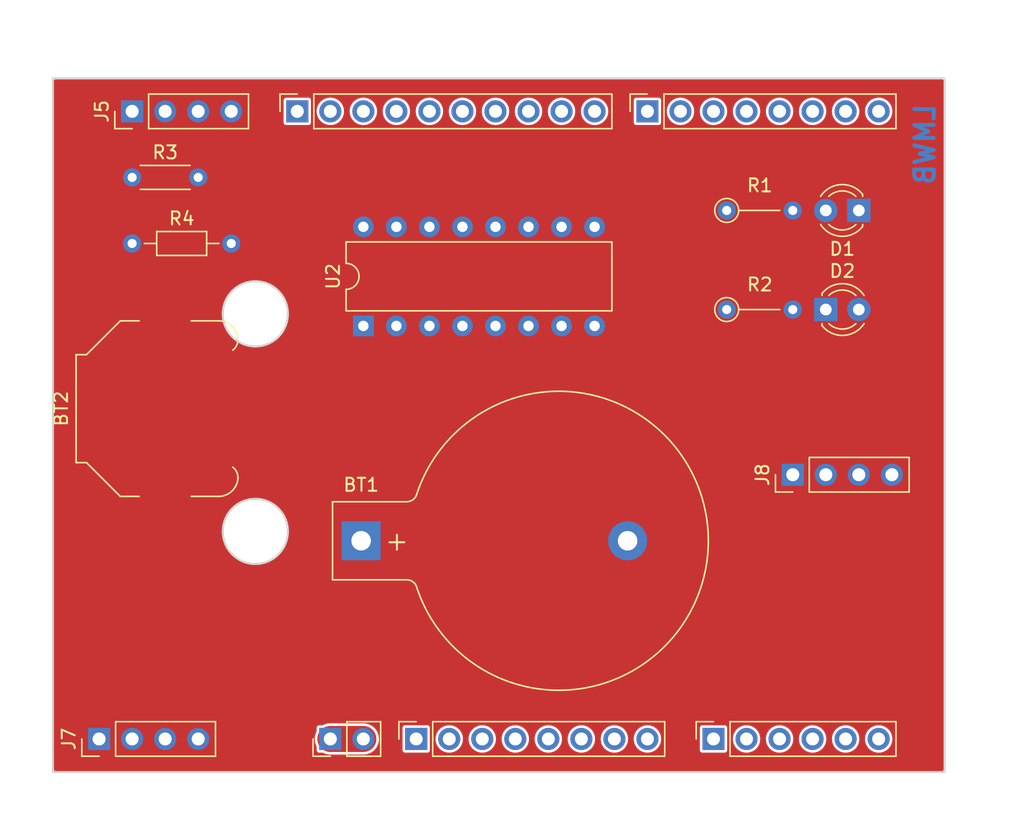
<source format=kicad_pcb>
(kicad_pcb (version 20240108) (generator "pcbnew") (generator_version "8.0")
  (title_block (title "Cannelloni al Forme") (date "2024-11-07") (rev "V.0.2") (company "LMWB"))
  (layers (0 "F.Cu" signal) (31 "B.Cu" signal) (34 "B.Paste" user) (35 "F.Paste" user) (36 "B.SilkS" user "B.Silkscreen") (37 "F.SilkS" user "F.Silkscreen") (38 "B.Mask" user) (39 "F.Mask" user) (44 "Edge.Cuts" user))
  (net 0 "")
  (net 1 "GND")
  (net 2 "+5V")
  (net 3 "/IOREF")
  (net 4 "/A0")
  (net 5 "/A1")
  (net 6 "/A2")
  (net 7 "/A3")
  (net 8 "/SDA{slash}A4")
  (net 9 "/SCL{slash}A5")
  (net 10 "/13")
  (net 11 "/12")
  (net 12 "/AREF")
  (net 13 "/8")
  (net 14 "/7")
  (net 15 "/*11")
  (net 16 "/*10")
  (net 17 "/*9")
  (net 18 "/4")
  (net 19 "Net-(D2-K)")
  (net 20 "/*6")
  (net 21 "/*5")
  (net 22 "/TX{slash}1")
  (net 23 "/RX{slash}0")
  (net 24 "+3V3")
  (net 25 "VCC")
  (net 26 "/~{RESET}")
  (net 28 "/2")
  (net 29 "/*3")
  (net 30 "/DO4")
  (net 31 "/DO1")
  (net 32 "/DO2")
  (net 33 "/DO3")
  (net 34 "VAA")
  (net 35 "Net-(D1-K)")
  (footprint "Connector_PinSocket_2.54mm:PinSocket_1x08_P2.54mm_Vertical" (layer "F.Cu") (at 72.644 76.2 90)
    (property "Reference" "J1" (hide yes))
    (property "Value" "Power")
    (fp_line (start 1.33 -1.33) (end 1.33 0) (stroke (width 0.12)) (layer "F.SilkS"))
    (fp_line (start 0 -1.33) (end 1.33 -1.33) (stroke (width 0.12)) (layer "F.SilkS"))
    (fp_line (start 1.33 1.27) (end 1.33 19.11) (stroke (width 0.12)) (layer "F.SilkS"))
    (fp_line (start -1.33 1.27) (end 1.33 1.27) (stroke (width 0.12)) (layer "F.SilkS"))
    (fp_line (start -1.33 1.27) (end -1.33 19.11) (stroke (width 0.12)) (layer "F.SilkS"))
    (fp_line (start -1.33 19.11) (end 1.33 19.11) (stroke (width 0.12)) (layer "F.SilkS"))
    (pad "1" thru_hole rect (at 0 0 90) (size 1.7 1.7) (drill 1) (layers "*.Cu" "*.Mask"))
    (pad "2" thru_hole oval (at 0 2.54 90) (size 1.7 1.7) (drill 1) (layers "*.Cu" "*.Mask") (net 3 "/IOREF"))
    (pad "3" thru_hole oval (at 0 5.08 90) (size 1.7 1.7) (drill 1) (layers "*.Cu" "*.Mask") (net 26 "/~{RESET}"))
    (pad "4" thru_hole oval (at 0 7.62 90) (size 1.7 1.7) (drill 1) (layers "*.Cu" "*.Mask") (net 24 "+3V3"))
    (pad "5" thru_hole oval (at 0 10.16 90) (size 1.7 1.7) (drill 1) (layers "*.Cu" "*.Mask") (net 2 "+5V"))
    (pad "6" thru_hole oval (at 0 12.7 90) (size 1.7 1.7) (drill 1) (layers "*.Cu" "*.Mask") (net 1 "GND"))
    (pad "7" thru_hole oval (at 0 15.24 90) (size 1.7 1.7) (drill 1) (layers "*.Cu" "*.Mask") (net 1 "GND"))
    (pad "8" thru_hole oval (at 0 17.78 90) (size 1.7 1.7) (drill 1) (layers "*.Cu" "*.Mask") (net 25 "VCC"))
  )
  (footprint "Connector_PinSocket_2.54mm:PinSocket_1x06_P2.54mm_Vertical" (layer "F.Cu") (at 95.504 76.2 90)
    (property "Reference" "J3" (hide yes))
    (property "Value" "Analog")
    (fp_line (start 1.33 -1.33) (end 1.33 0) (stroke (width 0.12)) (layer "F.SilkS"))
    (fp_line (start 0 -1.33) (end 1.33 -1.33) (stroke (width 0.12)) (layer "F.SilkS"))
    (fp_line (start 1.33 1.27) (end 1.33 14.03) (stroke (width 0.12)) (layer "F.SilkS"))
    (fp_line (start -1.33 1.27) (end 1.33 1.27) (stroke (width 0.12)) (layer "F.SilkS"))
    (fp_line (start -1.33 1.27) (end -1.33 14.03) (stroke (width 0.12)) (layer "F.SilkS"))
    (fp_line (start -1.33 14.03) (end 1.33 14.03) (stroke (width 0.12)) (layer "F.SilkS"))
    (pad "1" thru_hole rect (at 0 0 90) (size 1.7 1.7) (drill 1) (layers "*.Cu" "*.Mask") (net 4 "/A0"))
    (pad "2" thru_hole oval (at 0 2.54 90) (size 1.7 1.7) (drill 1) (layers "*.Cu" "*.Mask") (net 5 "/A1"))
    (pad "3" thru_hole oval (at 0 5.08 90) (size 1.7 1.7) (drill 1) (layers "*.Cu" "*.Mask") (net 6 "/A2"))
    (pad "4" thru_hole oval (at 0 7.62 90) (size 1.7 1.7) (drill 1) (layers "*.Cu" "*.Mask") (net 7 "/A3"))
    (pad "5" thru_hole oval (at 0 10.16 90) (size 1.7 1.7) (drill 1) (layers "*.Cu" "*.Mask") (net 8 "/SDA{slash}A4"))
    (pad "6" thru_hole oval (at 0 12.7 90) (size 1.7 1.7) (drill 1) (layers "*.Cu" "*.Mask") (net 9 "/SCL{slash}A5"))
  )
  (footprint "Connector_PinSocket_2.54mm:PinSocket_1x10_P2.54mm_Vertical" (layer "F.Cu") (at 63.5 27.94 90)
    (property "Reference" "J2" (hide yes))
    (property "Value" "Digital/PWM")
    (fp_line (start 1.33 -1.33) (end 1.33 0) (stroke (width 0.12)) (layer "F.SilkS"))
    (fp_line (start 0 -1.33) (end 1.33 -1.33) (stroke (width 0.12)) (layer "F.SilkS"))
    (fp_line (start 1.33 1.27) (end 1.33 24.19) (stroke (width 0.12)) (layer "F.SilkS"))
    (fp_line (start -1.33 1.27) (end 1.33 1.27) (stroke (width 0.12)) (layer "F.SilkS"))
    (fp_line (start -1.33 1.27) (end -1.33 24.19) (stroke (width 0.12)) (layer "F.SilkS"))
    (fp_line (start -1.33 24.19) (end 1.33 24.19) (stroke (width 0.12)) (layer "F.SilkS"))
    (pad "1" thru_hole rect (at 0 0 90) (size 1.7 1.7) (drill 1) (layers "*.Cu" "*.Mask") (net 9 "/SCL{slash}A5"))
    (pad "2" thru_hole oval (at 0 2.54 90) (size 1.7 1.7) (drill 1) (layers "*.Cu" "*.Mask") (net 8 "/SDA{slash}A4"))
    (pad "3" thru_hole oval (at 0 5.08 90) (size 1.7 1.7) (drill 1) (layers "*.Cu" "*.Mask") (net 12 "/AREF"))
    (pad "4" thru_hole oval (at 0 7.62 90) (size 1.7 1.7) (drill 1) (layers "*.Cu" "*.Mask") (net 1 "GND"))
    (pad "5" thru_hole oval (at 0 10.16 90) (size 1.7 1.7) (drill 1) (layers "*.Cu" "*.Mask") (net 10 "/13"))
    (pad "6" thru_hole oval (at 0 12.7 90) (size 1.7 1.7) (drill 1) (layers "*.Cu" "*.Mask") (net 11 "/12"))
    (pad "7" thru_hole oval (at 0 15.24 90) (size 1.7 1.7) (drill 1) (layers "*.Cu" "*.Mask") (net 15 "/*11"))
    (pad "8" thru_hole oval (at 0 17.78 90) (size 1.7 1.7) (drill 1) (layers "*.Cu" "*.Mask") (net 16 "/*10"))
    (pad "9" thru_hole oval (at 0 20.32 90) (size 1.7 1.7) (drill 1) (layers "*.Cu" "*.Mask") (net 17 "/*9"))
    (pad "10" thru_hole oval (at 0 22.86 90) (size 1.7 1.7) (drill 1) (layers "*.Cu" "*.Mask") (net 13 "/8"))
  )
  (footprint "Connector_PinSocket_2.54mm:PinSocket_1x08_P2.54mm_Vertical" (layer "F.Cu") (at 90.424 27.94 90)
    (property "Reference" "J4" (hide yes))
    (property "Value" "Digital/PWM")
    (fp_line (start 1.33 -1.33) (end 1.33 0) (stroke (width 0.12)) (layer "F.SilkS"))
    (fp_line (start 0 -1.33) (end 1.33 -1.33) (stroke (width 0.12)) (layer "F.SilkS"))
    (fp_line (start 1.33 1.27) (end 1.33 19.11) (stroke (width 0.12)) (layer "F.SilkS"))
    (fp_line (start -1.33 1.27) (end 1.33 1.27) (stroke (width 0.12)) (layer "F.SilkS"))
    (fp_line (start -1.33 1.27) (end -1.33 19.11) (stroke (width 0.12)) (layer "F.SilkS"))
    (fp_line (start -1.33 19.11) (end 1.33 19.11) (stroke (width 0.12)) (layer "F.SilkS"))
    (pad "1" thru_hole rect (at 0 0 90) (size 1.7 1.7) (drill 1) (layers "*.Cu" "*.Mask") (net 14 "/7"))
    (pad "2" thru_hole oval (at 0 2.54 90) (size 1.7 1.7) (drill 1) (layers "*.Cu" "*.Mask") (net 20 "/*6"))
    (pad "3" thru_hole oval (at 0 5.08 90) (size 1.7 1.7) (drill 1) (layers "*.Cu" "*.Mask") (net 21 "/*5"))
    (pad "4" thru_hole oval (at 0 7.62 90) (size 1.7 1.7) (drill 1) (layers "*.Cu" "*.Mask") (net 18 "/4"))
    (pad "5" thru_hole oval (at 0 10.16 90) (size 1.7 1.7) (drill 1) (layers "*.Cu" "*.Mask") (net 29 "/*3"))
    (pad "6" thru_hole oval (at 0 12.7 90) (size 1.7 1.7) (drill 1) (layers "*.Cu" "*.Mask") (net 28 "/2"))
    (pad "7" thru_hole oval (at 0 15.24 90) (size 1.7 1.7) (drill 1) (layers "*.Cu" "*.Mask") (net 22 "/TX{slash}1"))
    (pad "8" thru_hole oval (at 0 17.78 90) (size 1.7 1.7) (drill 1) (layers "*.Cu" "*.Mask") (net 23 "/RX{slash}0"))
  )
  (footprint "Package_DIP:DIP-16_W7.62mm" (layer "F.Cu") (at 68.58 44.44 90)
    (property "Reference" "U2" (at 3.81 -2.33 90) (layer "F.SilkS"))
    (property "Value" "L293D")
    (fp_line (start 6.46 -1.33) (end 4.810001 -1.33) (stroke (width 0.12)) (layer "F.SilkS"))
    (fp_line (start 2.81 -1.33) (end 1.16 -1.33) (stroke (width 0.12)) (layer "F.SilkS"))
    (fp_line (start 1.16 -1.33) (end 1.159999 19.11) (stroke (width 0.12)) (layer "F.SilkS"))
    (fp_line (start 6.46 19.11) (end 6.46 -1.33) (stroke (width 0.12)) (layer "F.SilkS"))
    (fp_line (start 1.159999 19.11) (end 6.46 19.11) (stroke (width 0.12)) (layer "F.SilkS"))
    (fp_arc (start 4.810001 -1.33) (mid 3.81 -0.329999) (end 2.81 -1.33) (stroke (width 0.12)) (layer "F.SilkS"))
    (pad "1" thru_hole rect (at 0 0 90) (size 1.6 1.6) (drill 0.8) (layers "*.Cu" "*.Mask") (net 10 "/13"))
    (pad "2" thru_hole oval (at 0 2.54 90) (size 1.6 1.6) (drill 0.8) (layers "*.Cu" "*.Mask") (net 15 "/*11"))
    (pad "3" thru_hole oval (at 0 5.079999 90) (size 1.6 1.6) (drill 0.8) (layers "*.Cu" "*.Mask") (net 31 "/DO1"))
    (pad "4" thru_hole oval (at 0 7.62 90) (size 1.6 1.6) (drill 0.8) (layers "*.Cu" "*.Mask") (net 1 "GND"))
    (pad "5" thru_hole oval (at 0 10.16 90) (size 1.6 1.6) (drill 0.8) (layers "*.Cu" "*.Mask") (net 1 "GND"))
    (pad "6" thru_hole oval (at 0 12.7 90) (size 1.6 1.6) (drill 0.8) (layers "*.Cu" "*.Mask") (net 32 "/DO2"))
    (pad "7" thru_hole oval (at 0 15.24 90) (size 1.6 1.6) (drill 0.8) (layers "*.Cu" "*.Mask") (net 17 "/*9"))
    (pad "8" thru_hole oval (at 0 17.780001 90) (size 1.6 1.6) (drill 0.8) (layers "*.Cu" "*.Mask") (net 25 "VCC"))
    (pad "9" thru_hole oval (at 7.62 17.78 90) (size 1.6 1.6) (drill 0.8) (layers "*.Cu" "*.Mask") (net 13 "/8"))
    (pad "10" thru_hole oval (at 7.62 15.24 90) (size 1.6 1.6) (drill 0.8) (layers "*.Cu" "*.Mask") (net 16 "/*10"))
    (pad "11" thru_hole oval (at 7.62 12.7 90) (size 1.6 1.6) (drill 0.8) (layers "*.Cu" "*.Mask") (net 33 "/DO3"))
    (pad "12" thru_hole oval (at 7.62 10.16 90) (size 1.6 1.6) (drill 0.8) (layers "*.Cu" "*.Mask") (net 1 "GND"))
    (pad "13" thru_hole oval (at 7.62 7.62 90) (size 1.6 1.6) (drill 0.8) (layers "*.Cu" "*.Mask") (net 1 "GND"))
    (pad "14" thru_hole oval (at 7.62 5.08 90) (size 1.6 1.6) (drill 0.8) (layers "*.Cu" "*.Mask") (net 30 "/DO4"))
    (pad "15" thru_hole oval (at 7.62 2.54 90) (size 1.6 1.6) (drill 0.8) (layers "*.Cu" "*.Mask") (net 11 "/12"))
    (pad "16" thru_hole oval (at 7.62 0 90) (size 1.6 1.6) (drill 0.8) (layers "*.Cu" "*.Mask") (net 2 "+5V"))
  )
  (footprint "Connector_PinHeader_2.54mm:PinHeader_1x04_P2.54mm_Vertical" (layer "F.Cu") (at 50.8 27.94 90)
    (property "Reference" "J5" (at 0 -2.33 90) (layer "F.SilkS"))
    (property "Value" "Conn_01x04")
    (fp_line (start -1.33 -1.33) (end 0 -1.33) (stroke (width 0.12)) (layer "F.SilkS"))
    (fp_line (start -1.33 0) (end -1.33 -1.33) (stroke (width 0.12)) (layer "F.SilkS"))
    (fp_line (start 1.33 1.270001) (end 1.33 8.95) (stroke (width 0.12)) (layer "F.SilkS"))
    (fp_line (start -1.33 1.270001) (end 1.33 1.270001) (stroke (width 0.12)) (layer "F.SilkS"))
    (fp_line (start -1.33 1.270001) (end -1.33 8.95) (stroke (width 0.12)) (layer "F.SilkS"))
    (fp_line (start -1.33 8.95) (end 1.33 8.95) (stroke (width 0.12)) (layer "F.SilkS"))
    (pad "1" thru_hole rect (at 0 0 90) (size 1.7 1.7) (drill 1) (layers "*.Cu" "*.Mask") (net 2 "+5V"))
    (pad "2" thru_hole oval (at 0 2.54 90) (size 1.7 1.7) (drill 1) (layers "*.Cu" "*.Mask") (net 1 "GND"))
    (pad "3" thru_hole oval (at 0 5.079999 90) (size 1.7 1.7) (drill 1) (layers "*.Cu" "*.Mask") (net 8 "/SDA{slash}A4"))
    (pad "4" thru_hole oval (at 0 7.62 90) (size 1.7 1.7) (drill 1) (layers "*.Cu" "*.Mask") (net 9 "/SCL{slash}A5"))
  )
  (footprint "Resistor_THT:R_Axial_DIN0204_L3.6mm_D1.6mm_P5.08mm_Horizontal" (layer "F.Cu") (at 50.8 33.02)
    (property "Reference" "R3" (at 2.54 -1.92 0) (layer "F.SilkS"))
    (property "Value" "10k")
    (fp_line (start 0.62 -0.92) (end 4.46 -0.92) (stroke (width 0.12)) (layer "F.SilkS"))
    (fp_line (start 0.62 0.92) (end 4.46 0.92) (stroke (width 0.12)) (layer "F.SilkS"))
    (pad "1" thru_hole circle (at 0 0) (size 1.4 1.4) (drill 0.7) (layers "*.Cu" "*.Mask") (net 2 "+5V"))
    (pad "2" thru_hole oval (at 5.08 0) (size 1.4 1.4) (drill 0.7) (layers "*.Cu" "*.Mask") (net 8 "/SDA{slash}A4"))
  )
  (footprint "Resistor_THT:R_Axial_DIN0204_L3.6mm_D1.6mm_P5.08mm_Vertical" (layer "F.Cu") (at 96.52 43.18)
    (property "Reference" "R2" (at 2.54 -1.92 0) (layer "F.SilkS"))
    (property "Value" "3k3")
    (fp_line (start 0.92 0) (end 4.08 0) (stroke (width 0.12)) (layer "F.SilkS"))
    (fp_circle (center 0 0) (end 0.92 0) (stroke (width 0.12)) (fill none) (layer "F.SilkS"))
    (pad "1" thru_hole circle (at 0 0) (size 1.4 1.4) (drill 0.7) (layers "*.Cu" "*.Mask") (net 19 "Net-(D2-K)"))
    (pad "2" thru_hole oval (at 5.08 0) (size 1.4 1.4) (drill 0.7) (layers "*.Cu" "*.Mask") (net 1 "GND"))
  )
  (footprint "LED_THT:LED_D3.0mm_Clear" (layer "F.Cu") (at 104.14 43.18)
    (property "Reference" "D2" (at 1.27 -2.96 0) (layer "F.SilkS"))
    (property "Value" "LED_YE")
    (fp_line (start -0.29 -1.236) (end -0.29 -1.08) (stroke (width 0.12)) (layer "F.SilkS"))
    (fp_line (start -0.29 1.08) (end -0.29 1.236) (stroke (width 0.12)) (layer "F.SilkS"))
    (fp_arc (start -0.29 -1.235516) (mid 1.366487 -1.987659) (end 2.942335 -1.078608) (stroke (width 0.12)) (layer "F.SilkS"))
    (fp_arc (start 0.229039 -1.08) (mid 1.270117 -1.5) (end 2.31113 -1.079837) (stroke (width 0.12)) (layer "F.SilkS"))
    (fp_arc (start 2.31113 1.079837) (mid 1.270117 1.5) (end 0.229039 1.08) (stroke (width 0.12)) (layer "F.SilkS"))
    (fp_arc (start 2.942335 1.078608) (mid 1.366487 1.987659) (end -0.29 1.235516) (stroke (width 0.12)) (layer "F.SilkS"))
    (pad "1" thru_hole rect (at 0 0) (size 1.8 1.8) (drill 0.9) (layers "*.Cu" "*.Mask") (net 19 "Net-(D2-K)"))
    (pad "2" thru_hole circle (at 2.54 0) (size 1.8 1.8) (drill 0.9) (layers "*.Cu" "*.Mask") (net 2 "+5V"))
  )
  (footprint "Connector_PinHeader_2.54mm:PinHeader_1x02_P2.54mm_Vertical" (layer "F.Cu") (at 66.04 76.2 90)
    (property "Reference" "J9" (hide yes))
    (property "Value" "Conn_01x02" (hide yes))
    (fp_line (start -1.33 -1.33) (end 0 -1.33) (stroke (width 0.12)) (layer "F.SilkS"))
    (fp_line (start -1.33 0) (end -1.33 -1.33) (stroke (width 0.12)) (layer "F.SilkS"))
    (fp_line (start 1.33 1.270001) (end 1.33 3.87) (stroke (width 0.12)) (layer "F.SilkS"))
    (fp_line (start -1.33 1.270001) (end 1.33 1.270001) (stroke (width 0.12)) (layer "F.SilkS"))
    (fp_line (start -1.33 1.270001) (end -1.33 3.87) (stroke (width 0.12)) (layer "F.SilkS"))
    (fp_line (start -1.33 3.87) (end 1.33 3.87) (stroke (width 0.12)) (layer "F.SilkS"))
    (pad "1" thru_hole rect (at 0 0 90) (size 1.7 1.7) (drill 1) (layers "*.Cu" "*.Mask") (net 34 "VAA"))
    (pad "2" thru_hole oval (at 0 2.54 90) (size 1.7 1.7) (drill 1) (layers "*.Cu" "*.Mask") (net 34 "VAA"))
  )
  (footprint "Connector_PinHeader_2.54mm:PinHeader_1x04_P2.54mm_Vertical" (layer "F.Cu") (at 101.6 55.88 90)
    (property "Reference" "J8" (at 0 -2.33 90) (layer "F.SilkS"))
    (property "Value" "Conn_01x04")
    (fp_line (start -1.33 -1.33) (end 0 -1.33) (stroke (width 0.12)) (layer "F.SilkS"))
    (fp_line (start -1.33 0) (end -1.33 -1.33) (stroke (width 0.12)) (layer "F.SilkS"))
    (fp_line (start 1.33 1.270001) (end 1.33 8.95) (stroke (width 0.12)) (layer "F.SilkS"))
    (fp_line (start -1.33 1.270001) (end 1.33 1.270001) (stroke (width 0.12)) (layer "F.SilkS"))
    (fp_line (start -1.33 1.270001) (end -1.33 8.95) (stroke (width 0.12)) (layer "F.SilkS"))
    (fp_line (start -1.33 8.95) (end 1.33 8.95) (stroke (width 0.12)) (layer "F.SilkS"))
    (pad "1" thru_hole rect (at 0 0 90) (size 1.7 1.7) (drill 1) (layers "*.Cu" "*.Mask") (net 31 "/DO1"))
    (pad "2" thru_hole oval (at 0 2.54 90) (size 1.7 1.7) (drill 1) (layers "*.Cu" "*.Mask") (net 32 "/DO2"))
    (pad "3" thru_hole oval (at 0 5.079999 90) (size 1.7 1.7) (drill 1) (layers "*.Cu" "*.Mask") (net 33 "/DO3"))
    (pad "4" thru_hole oval (at 0 7.62 90) (size 1.7 1.7) (drill 1) (layers "*.Cu" "*.Mask") (net 30 "/DO4"))
  )
  (footprint "Battery:BatteryHolder_Keystone_103_1x20mm" (layer "F.Cu") (at 68.41 60.96)
    (property "Reference" "BT1" (at 0 -4.3 0) (layer "F.SilkS"))
    (property "Value" "Battery_Cell")
    (fp_line (start -2.2 -3) (end 3.5 -3) (stroke (width 0.12)) (layer "F.SilkS"))
    (fp_line (start -2.2 3) (end -2.2 -3) (stroke (width 0.12)) (layer "F.SilkS"))
    (fp_line (start -2.2 3) (end 3.5 3) (stroke (width 0.12)) (layer "F.SilkS"))
    (fp_arc (start 3.5 3) (mid 3.950694 3.136459) (end 4.25 3.5) (stroke (width 0.12)) (layer "F.SilkS"))
    (fp_arc (start 4.25 -3.5) (mid 3.950694 -3.136459) (end 3.5 -3) (stroke (width 0.12)) (layer "F.SilkS"))
    (fp_arc (start 4.25 -3.5) (mid 16.971103 -11.358466) (end 26.695671 0) (stroke (width 0.12)) (layer "F.SilkS"))
    (fp_arc (start 26.695671 0) (mid 16.971103 11.358466) (end 4.25 3.5) (stroke (width 0.12)) (layer "F.SilkS"))
    (fp_text user "+" (at 2.75 0 0) (layer "F.SilkS") (effects (font (size 1.5 1.5))))
    (pad "1" thru_hole rect (at 0 0) (size 3 3) (drill 1.5) (layers "*.Cu" "*.Mask") (net 34 "VAA"))
    (pad "2" thru_hole circle (at 20.49 0) (size 3 3) (drill 1.5) (layers "*.Cu" "*.Mask") (net 1 "GND"))
  )
  (footprint "Resistor_THT:R_Axial_DIN0204_L3.6mm_D1.6mm_P5.08mm_Vertical" (layer "F.Cu") (at 96.52 35.56)
    (property "Reference" "R1" (at 2.54 -1.92 0) (layer "F.SilkS"))
    (property "Value" "10k")
    (fp_line (start 0.92 0) (end 4.08 0) (stroke (width 0.12)) (layer "F.SilkS"))
    (fp_circle (center 0 0) (end 0.92 0) (stroke (width 0.12)) (fill none) (layer "F.SilkS"))
    (pad "1" thru_hole circle (at 0 0) (size 1.4 1.4) (drill 0.7) (layers "*.Cu" "*.Mask") (net 35 "Net-(D1-K)"))
    (pad "2" thru_hole oval (at 5.08 0) (size 1.4 1.4) (drill 0.7) (layers "*.Cu" "*.Mask") (net 1 "GND"))
  )
  (footprint "Resistor_THT:R_Axial_DIN0204_L3.6mm_D1.6mm_P7.62mm_Horizontal" (layer "F.Cu") (at 50.8 38.1)
    (property "Reference" "R4" (at 3.81 -1.92 0) (layer "F.SilkS"))
    (property "Value" "10k")
    (fp_line (start 0.94 0) (end 1.89 0) (stroke (width 0.12)) (layer "F.SilkS"))
    (fp_line (start 1.89 -0.92) (end 1.89 0.92) (stroke (width 0.12)) (layer "F.SilkS"))
    (fp_line (start 1.89 0.92) (end 5.73 0.92) (stroke (width 0.12)) (layer "F.SilkS"))
    (fp_line (start 5.73 -0.92) (end 1.89 -0.92) (stroke (width 0.12)) (layer "F.SilkS"))
    (fp_line (start 5.73 0.92) (end 5.73 -0.92) (stroke (width 0.12)) (layer "F.SilkS"))
    (fp_line (start 6.68 0) (end 5.73 0) (stroke (width 0.12)) (layer "F.SilkS"))
    (pad "1" thru_hole circle (at 0 0) (size 1.4 1.4) (drill 0.7) (layers "*.Cu" "*.Mask") (net 2 "+5V"))
    (pad "2" thru_hole oval (at 7.62 0) (size 1.4 1.4) (drill 0.7) (layers "*.Cu" "*.Mask") (net 9 "/SCL{slash}A5"))
  )
  (footprint "Battery:BatteryHolder_Keystone_3000_1x12mm" (layer "F.Cu") (at 53.34 50.8 90)
    (property "Reference" "BT2" (at 0 -8 90) (layer "F.SilkS"))
    (property "Value" "Battery_Cell")
    (fp_line (start 4.150001 -6.85) (end 4.15 -6.05) (stroke (width 0.12)) (layer "F.SilkS"))
    (fp_line (start -4.150001 -6.85) (end 4.150001 -6.85) (stroke (width 0.12)) (layer "F.SilkS"))
    (fp_line (start 4.15 -6.05) (end 6.75 -3.45) (stroke (width 0.12)) (layer "F.SilkS"))
    (fp_line (start -4.15 -6.05) (end -4.150001 -6.85) (stroke (width 0.12)) (layer "F.SilkS"))
    (fp_line (start 6.75 -3.45) (end 6.75 -2) (stroke (width 0.12)) (layer "F.SilkS"))
    (fp_line (start -6.75 -3.45) (end -4.15 -6.05) (stroke (width 0.12)) (layer "F.SilkS"))
    (fp_line (start -6.75 -2) (end -6.75 -3.45) (stroke (width 0.12)) (layer "F.SilkS"))
    (fp_line (start 6.75 2) (end 6.75 4.1) (stroke (width 0.12)) (layer "F.SilkS"))
    (fp_line (start -6.75 2) (end -6.75 4.1) (stroke (width 0.12)) (layer "F.SilkS"))
    (fp_arc (start 6.75 4.05) (mid 6.346016 5.125305) (end 5.3 5.6) (stroke (width 0.12)) (layer "F.SilkS"))
    (fp_arc (start -4.5 5.2) (mid -4.90584 5.514614) (end -5.414615 5.584159) (stroke (width 0.12)) (layer "F.SilkS"))
    (fp_arc (start 5.414615 5.584159) (mid 4.90584 5.514614) (end 4.5 5.2) (stroke (width 0.12)) (layer "F.SilkS"))
    (fp_arc (start -5.3 5.6) (mid -6.346016 5.125305) (end -6.75 4.05) (stroke (width 0.12)) (layer "F.SilkS"))
    (pad "1" smd rect (at -7.900001 0 90) (size 3.5 3.3) (layers "F.Cu" "F.Paste" "F.Mask"))
    (pad "1" smd rect (at 7.900001 0 90) (size 3.5 3.3) (layers "F.Cu" "F.Paste" "F.Mask"))
    (pad "2" smd circle (at 0 0 90) (size 10.2 10.2) (layers "F.Cu" "F.Mask") (net 1 "GND"))
  )
  (footprint "Connector_PinHeader_2.54mm:PinHeader_1x04_P2.54mm_Vertical" (layer "F.Cu") (at 48.26 76.2 90)
    (property "Reference" "J7" (at 0 -2.33 90) (layer "F.SilkS"))
    (property "Value" "Conn_01x04")
    (fp_line (start -1.33 -1.33) (end 0 -1.33) (stroke (width 0.12)) (layer "F.SilkS"))
    (fp_line (start -1.33 0) (end -1.33 -1.33) (stroke (width 0.12)) (layer "F.SilkS"))
    (fp_line (start 1.33 1.270001) (end 1.33 8.95) (stroke (width 0.12)) (layer "F.SilkS"))
    (fp_line (start -1.33 1.270001) (end 1.33 1.270001) (stroke (width 0.12)) (layer "F.SilkS"))
    (fp_line (start -1.33 1.270001) (end -1.33 8.95) (stroke (width 0.12)) (layer "F.SilkS"))
    (fp_line (start -1.33 8.95) (end 1.33 8.95) (stroke (width 0.12)) (layer "F.SilkS"))
    (pad "1" thru_hole rect (at 0 0 90) (size 1.7 1.7) (drill 1) (layers "*.Cu" "*.Mask") (net 25 "VCC"))
    (pad "2" thru_hole oval (at 0 2.54 90) (size 1.7 1.7) (drill 1) (layers "*.Cu" "*.Mask") (net 25 "VCC"))
    (pad "3" thru_hole oval (at 0 5.079999 90) (size 1.7 1.7) (drill 1) (layers "*.Cu" "*.Mask") (net 1 "GND"))
    (pad "4" thru_hole oval (at 0 7.62 90) (size 1.7 1.7) (drill 1) (layers "*.Cu" "*.Mask") (net 1 "GND"))
  )
  (footprint "LED_THT:LED_D3.0mm_Clear" (layer "F.Cu") (at 106.68 35.56 180)
    (property "Reference" "D1" (at 1.270001 -2.96 0) (layer "F.SilkS"))
    (property "Value" "LED_YE")
    (fp_line (start -0.29 1.08) (end -0.29 1.236) (stroke (width 0.12)) (layer "F.SilkS"))
    (fp_line (start -0.29 -1.236) (end -0.29 -1.08) (stroke (width 0.12)) (layer "F.SilkS"))
    (fp_arc (start 2.942335 1.078608) (mid 1.366487 1.987659) (end -0.29 1.235516) (stroke (width 0.12)) (layer "F.SilkS"))
    (fp_arc (start 2.31113 1.079837) (mid 1.270117 1.5) (end 0.229039 1.08) (stroke (width 0.12)) (layer "F.SilkS"))
    (fp_arc (start 0.229039 -1.08) (mid 1.270117 -1.5) (end 2.31113 -1.079837) (stroke (width 0.12)) (layer "F.SilkS"))
    (fp_arc (start -0.29 -1.235516) (mid 1.366487 -1.987659) (end 2.942335 -1.078608) (stroke (width 0.12)) (layer "F.SilkS"))
    (pad "1" thru_hole rect (at 0 0 180) (size 1.8 1.8) (drill 0.9) (layers "*.Cu" "*.Mask") (net 35 "Net-(D1-K)"))
    (pad "2" thru_hole circle (at 2.54 0 180) (size 1.8 1.8) (drill 0.9) (layers "*.Cu" "*.Mask") (net 25 "VCC"))
  )
  (gr_circle (center 60.274 43.51) (end 62.774 43.51) (stroke (width 0.15)) (fill none) (layer "Edge.Cuts"))
  (gr_rect (start 44.7038 25.3998) (end 113.2838 78.7398) (stroke (width 0.15)) (fill none) (layer "Edge.Cuts"))
  (gr_circle (center 60.274 60.24) (end 62.774 60.24) (stroke (width 0.15)) (fill none) (layer "Edge.Cuts"))
  (gr_text "LMWB" (at 111.76 30.48 90) (layer "B.Cu") (effects (font (size 1.5 1.5) (thickness 0.3)) (justify mirror)))
  (segment (start 66.04 76.2) (end 68.58 76.2) (width 2) (layer "F.Cu") (net 34))
  (zone (net 0) (net_name "") (layer "F.Cu") (connect_pads (clearance 0)) (min_thickness 0.25) (fill yes (thermal_gap 0.5) (thermal_bridge_width 0.5) (island_removal_mode 1) (island_area_min 10))
    (polygon (pts (xy 40.64 22.86) (xy 119.38 22.86) (xy 119.38 83.82) (xy 40.64 83.82)))
  )
)
</source>
